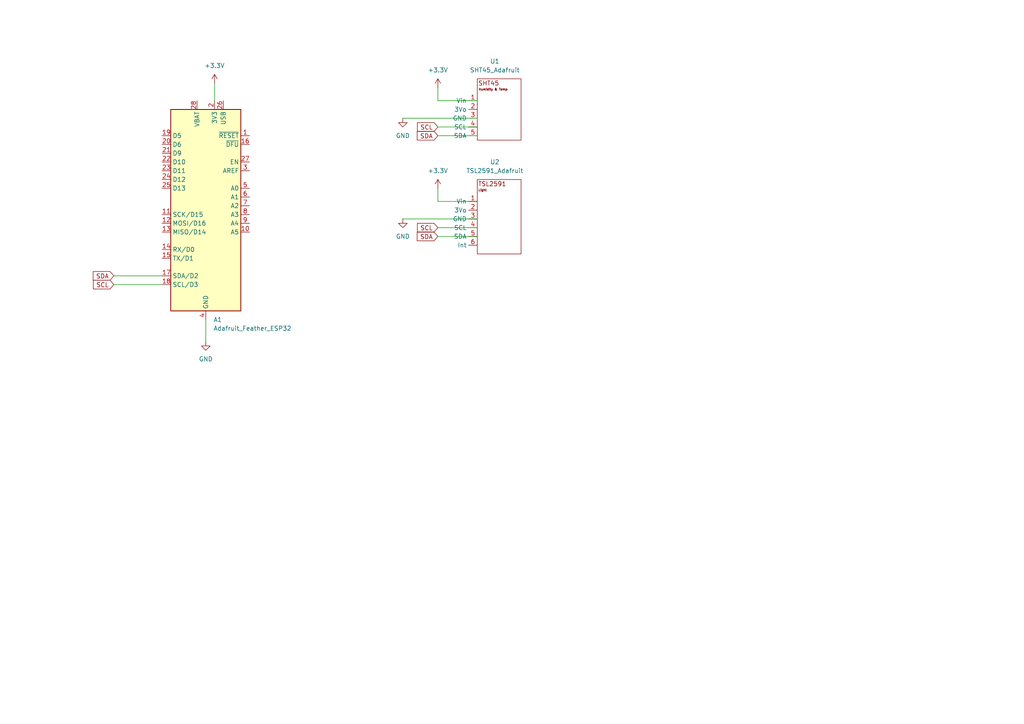
<source format=kicad_sch>
(kicad_sch (version 20231120) (generator "eeschema") (generator_version "8.0")
  (paper "A4")
  (title_block (title "Weather-Station-Pill") (date "2024-06-01") (rev "v1.0"))
  (lib_symbols
    (symbol "MCU_Module:Adafruit_Feather_32u4_BluefruitLE"
      (property "Reference" "A" (at -10.16 28.575 0))
      (property "Value" "Adafruit_Feather_32u4_BluefruitLE" (at 2.54 -31.75 0))
      (symbol "Adafruit_Feather_32u4_BluefruitLE_0_1"
        (rectangle (start -10.16 27.94) (end 10.16 -30.48) (stroke (width 0.254)) (fill (type background)))
      )
      (symbol "Adafruit_Feather_32u4_BluefruitLE_1_1"
        (pin input line (at 12.7 20.32 180) (length 2.54) (name "~{RESET}") (number "1"))
        (pin bidirectional line (at 12.7 -7.62 180) (length 2.54) (name "A5") (number "10"))
        (pin bidirectional line (at -12.7 -2.54 0) (length 2.54) (name "SCK/D15") (number "11"))
        (pin bidirectional line (at -12.7 -5.08 0) (length 2.54) (name "MOSI/D16") (number "12"))
        (pin bidirectional line (at -12.7 -7.62 0) (length 2.54) (name "MISO/D14") (number "13"))
        (pin bidirectional line (at -12.7 -12.7 0) (length 2.54) (name "RX/D0") (number "14"))
        (pin bidirectional line (at -12.7 -15.24 0) (length 2.54) (name "TX/D1") (number "15"))
        (pin input line (at 12.7 17.78 180) (length 2.54) (name "~{DFU}") (number "16"))
        (pin bidirectional line (at -12.7 -20.32 0) (length 2.54) (name "SDA/D2") (number "17"))
        (pin bidirectional line (at -12.7 -22.86 0) (length 2.54) (name "SCL/D3") (number "18"))
        (pin bidirectional line (at -12.7 20.32 0) (length 2.54) (name "D5") (number "19"))
        (pin power_in line (at 2.54 30.48 270) (length 2.54) (name "3V3") (number "2"))
        (pin bidirectional line (at -12.7 17.78 0) (length 2.54) (name "D6") (number "20"))
        (pin bidirectional line (at -12.7 15.24 0) (length 2.54) (name "D9") (number "21"))
        (pin bidirectional line (at -12.7 12.7 0) (length 2.54) (name "D10") (number "22"))
        (pin bidirectional line (at -12.7 10.16 0) (length 2.54) (name "D11") (number "23"))
        (pin bidirectional line (at -12.7 7.62 0) (length 2.54) (name "D12") (number "24"))
        (pin bidirectional line (at -12.7 5.08 0) (length 2.54) (name "D13") (number "25"))
        (pin power_in line (at 5.08 30.48 270) (length 2.54) (name "USB") (number "26"))
        (pin input line (at 12.7 12.7 180) (length 2.54) (name "EN") (number "27"))
        (pin power_in line (at -2.54 30.48 270) (length 2.54) (name "VBAT") (number "28"))
        (pin input line (at 12.7 10.16 180) (length 2.54) (name "AREF") (number "3"))
        (pin power_in line (at 0 -33.02 90) (length 2.54) (name "GND") (number "4"))
        (pin bidirectional line (at 12.7 5.08 180) (length 2.54) (name "A0") (number "5"))
        (pin bidirectional line (at 12.7 2.54 180) (length 2.54) (name "A1") (number "6"))
        (pin bidirectional line (at 12.7 0 180) (length 2.54) (name "A2") (number "7"))
        (pin bidirectional line (at 12.7 -2.54 180) (length 2.54) (name "A3") (number "8"))
        (pin bidirectional line (at 12.7 -5.08 180) (length 2.54) (name "A4") (number "9"))
      )
    )
    (symbol "MySymbols:SHT45_Adafruit"
      (property "Reference" "U" (at 0 20.574 0))
      (property "Value" "SHT45_Adafruit" (at 0 0 0))
      (symbol "SHT45_Adafruit_0_1"
        (rectangle (start -6.35 19.05) (end 6.35 1.27))
      )
      (symbol "SHT45_Adafruit_1_1"
        (text "Humidity & Temp" (at -1.778 16.002 0) (effects (font (size 0.635 0.635))))
        (text "SHT45" (at -3.048 17.78 0) (effects (font (size 1.27 1.27))))
        (pin input line (at -6.35 12.7 180) (length 2.54) (name "Vin") (number "1"))
        (pin output line (at -6.35 10.16 180) (length 2.54) (name "3Vo") (number "2"))
        (pin input line (at -6.35 7.62 180) (length 2.54) (name "GND") (number "3"))
        (pin bidirectional line (at -6.35 5.08 180) (length 2.54) (name "SCL") (number "4"))
        (pin bidirectional line (at -6.35 2.54 180) (length 2.54) (name "SDA") (number "5"))
      )
    )
    (symbol "MySymbols:TSL2591_Adafruit"
      (property "Reference" "U" (at 0 24.384 0))
      (property "Value" "TSL2591_Adafruit" (at 0 0 0))
      (symbol "TSL2591_Adafruit_0_1"
        (rectangle (start -6.35 22.86) (end 6.35 1.27))
      )
      (symbol "TSL2591_Adafruit_1_1"
        (text "Light" (at -4.826 19.812 0) (effects (font (size 0.635 0.635))))
        (text "TSL2591" (at -2.032 21.59 0) (effects (font (size 1.27 1.27))))
        (pin input line (at -6.35 16.51 180) (length 2.54) (name "Vin") (number "1"))
        (pin output line (at -6.35 13.97 180) (length 2.54) (name "3Vo") (number "2"))
        (pin input line (at -6.35 11.43 180) (length 2.54) (name "GND") (number "3"))
        (pin bidirectional line (at -6.35 8.89 180) (length 2.54) (name "SCL") (number "4"))
        (pin bidirectional line (at -6.35 6.35 180) (length 2.54) (name "SDA") (number "5"))
        (pin input line (at -6.35 3.81 180) (length 2.54) (name "Int") (number "6"))
      )
    )
    (symbol "power:+3.3V" (power) (pin_numbers hide) (pin_names (offset 0) hide)
      (property "Value" "+3.3V" (at 0 3.556 0))
      (symbol "+3.3V_0_1"
        (polyline (pts (xy -0.762 1.27) (xy 0 2.54)))
        (polyline (pts (xy 0 0) (xy 0 2.54)))
        (polyline (pts (xy 0 2.54) (xy 0.762 1.27)))
      )
      (symbol "+3.3V_1_1"
        (pin power_in line (at 0 0 90) (length 0) (name "~") (number "1"))
      )
    )
    (symbol "power:GND" (power) (pin_numbers hide) (pin_names (offset 0) hide)
      (property "Value" "GND" (at 0 -3.81 0))
      (symbol "GND_0_1"
        (polyline (pts (xy 0 0) (xy 0 -1.27) (xy 1.27 -1.27) (xy 0 -2.54) (xy -1.27 -1.27) (xy 0 -1.27)))
      )
      (symbol "GND_1_1"
        (pin power_in line (at 0 0 270) (length 0) (name "~") (number "1"))
      )
    )
  )
  (wire (pts (xy 127 58.42) (xy 138.43 58.42)))
  (wire (pts (xy 116.84 63.5) (xy 138.43 63.5)))
  (wire (pts (xy 127 68.58) (xy 138.43 68.58)))
  (wire (pts (xy 127 29.21) (xy 138.43 29.21)))
  (wire (pts (xy 59.69 92.71) (xy 59.69 99.06)))
  (wire (pts (xy 127 66.04) (xy 138.43 66.04)))
  (wire (pts (xy 127 54.61) (xy 127 58.42)))
  (wire (pts (xy 116.84 34.29) (xy 138.43 34.29)))
  (wire (pts (xy 127 36.83) (xy 138.43 36.83)))
  (wire (pts (xy 127 39.37) (xy 138.43 39.37)))
  (wire (pts (xy 33.02 82.55) (xy 46.99 82.55)))
  (wire (pts (xy 33.02 80.01) (xy 46.99 80.01)))
  (wire (pts (xy 127 25.4) (xy 127 29.21)))
  (wire (pts (xy 62.23 24.13) (xy 62.23 29.21)))
  (global_label "SDA" (shape input) (at 127 68.58 180) (property "Intersheetrefs" "${INTERSHEET_REFS}" (effects (hide yes))))
  (global_label "SCL" (shape input) (at 127 66.04 180) (property "Intersheetrefs" "${INTERSHEET_REFS}" (effects (hide yes))))
  (global_label "SDA" (shape input) (at 127 39.37 180) (property "Intersheetrefs" "${INTERSHEET_REFS}" (effects (hide yes))))
  (global_label "SCL" (shape input) (at 33.02 82.55 180) (property "Intersheetrefs" "${INTERSHEET_REFS}" (effects (hide yes))))
  (global_label "SCL" (shape input) (at 127 36.83 180) (property "Intersheetrefs" "${INTERSHEET_REFS}" (effects (hide yes))))
  (global_label "SDA" (shape input) (at 33.02 80.01 180) (property "Intersheetrefs" "${INTERSHEET_REFS}" (effects (hide yes))))
  (symbol (lib_id "power:+3.3V") (at 127 54.61 0) (unit 1)
    (property "Reference" "#PWR06" (effects (hide yes)))
    (property "Value" "+3.3V" (at 127 49.53 0))
    (property "Description" "Power symbol creates a global label with name \"+3.3V\"" (effects (hide yes)))
  )
  (symbol (lib_id "power:GND") (at 116.84 63.5 0) (unit 1)
    (property "Reference" "#PWR05" (effects (hide yes)))
    (property "Value" "GND" (at 116.84 68.58 0))
    (property "Description" "Power symbol creates a global label with name \"GND\" , ground" (effects (hide yes)))
  )
  (symbol (lib_id "power:+3.3V") (at 127 25.4 0) (unit 1)
    (property "Reference" "#PWR03" (effects (hide yes)))
    (property "Value" "+3.3V" (at 127 20.32 0))
    (property "Description" "Power symbol creates a global label with name \"+3.3V\"" (effects (hide yes)))
  )
  (symbol (lib_id "power:+3.3V") (at 62.23 24.13 0) (unit 1)
    (property "Reference" "#PWR02" (effects (hide yes)))
    (property "Value" "+3.3V" (at 62.23 19.05 0))
    (property "Description" "Power symbol creates a global label with name \"+3.3V\"" (effects (hide yes)))
  )
  (symbol (lib_id "power:GND") (at 116.84 34.29 0) (unit 1)
    (property "Reference" "#PWR04" (effects (hide yes)))
    (property "Value" "GND" (at 116.84 39.37 0))
    (property "Description" "Power symbol creates a global label with name \"GND\" , ground" (effects (hide yes)))
  )
  (symbol (lib_id "MySymbols:SHT45_Adafruit") (at 144.78 41.91 0) (unit 1)
    (property "Reference" "U1" (at 143.51 17.78 0))
    (property "Value" "SHT45_Adafruit" (at 143.51 20.32 0))
    (property "Footprint" "SHT45_Adafruit" (effects (hide yes)))
  )
  (symbol (lib_id "power:GND") (at 59.69 99.06 0) (unit 1)
    (property "Reference" "#PWR01" (effects (hide yes)))
    (property "Value" "GND" (at 59.69 104.14 0))
    (property "Description" "Power symbol creates a global label with name \"GND\" , ground" (effects (hide yes)))
  )
  (symbol (lib_id "MySymbols:TSL2591_Adafruit") (at 144.78 74.93 0) (unit 1)
    (property "Reference" "U2" (at 143.51 46.99 0))
    (property "Value" "TSL2591_Adafruit" (at 143.51 49.53 0))
    (property "Footprint" "TSL2591_Adafruit" (effects (hide yes)))
  )
  (symbol (lib_id "MCU_Module:Adafruit_Feather_32u4_BluefruitLE") (at 59.69 59.69 0) (unit 1)
    (property "Reference" "A1" (at 61.8841 92.71 0) (effects (justify left)))
    (property "Value" "Adafruit_Feather_ESP32" (at 61.8841 95.25 0) (effects (justify left)))
    (property "Footprint" "Module:Adafruit_Feather" (effects (hide yes)))
    (property "Datasheet" "https://cdn-learn.adafruit.com/downloads/pdf/adafruit-feather-32u4-bluefruit-le.pdf" (effects (hide yes)))
    (property "Description" "Microcontroller module with ATmega32u4 MCU and bluetooth" (effects (hide yes)))
  )
)
</source>
